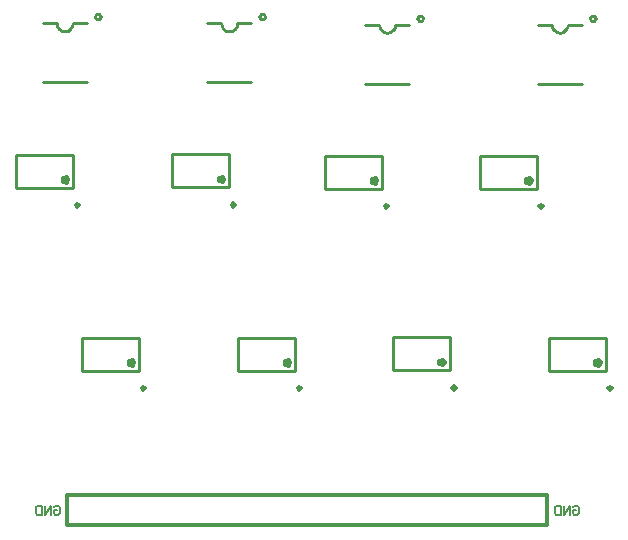
<source format=gbo>
G04 Layer_Color=32896*
%FSLAX25Y25*%
%MOIN*%
G70*
G01*
G75*
%ADD21C,0.01000*%
%ADD22C,0.00600*%
%ADD28C,0.01181*%
%ADD55C,0.01575*%
G54D21*
X61000Y164507D02*
X60500Y165373D01*
X59500D01*
X59000Y164507D01*
X59500Y163641D01*
X60500D01*
X61000Y164507D01*
X46221Y162361D02*
X46427Y161327D01*
X47012Y160451D01*
X47888Y159866D01*
X48921Y159661D01*
X49955Y159866D01*
X50831Y160451D01*
X51416Y161327D01*
X51621Y162361D01*
X113689Y164050D02*
X113189Y164916D01*
X112189D01*
X111689Y164050D01*
X112189Y163184D01*
X113189D01*
X113689Y164050D01*
X98910Y161904D02*
X99116Y160871D01*
X99701Y159995D01*
X100577Y159409D01*
X101610Y159204D01*
X102644Y159409D01*
X103519Y159995D01*
X104105Y160871D01*
X104310Y161904D01*
X6189Y164550D02*
X5689Y165416D01*
X4689D01*
X4189Y164550D01*
X4689Y163684D01*
X5689D01*
X6189Y164550D01*
X-8590Y162404D02*
X-8384Y161371D01*
X-7799Y160495D01*
X-6923Y159909D01*
X-5890Y159704D01*
X-4857Y159909D01*
X-3980Y160495D01*
X-3395Y161371D01*
X-3190Y162404D01*
X171189Y164050D02*
X170689Y164916D01*
X169689D01*
X169189Y164050D01*
X169689Y163184D01*
X170689D01*
X171189Y164050D01*
X156410Y161904D02*
X156616Y160871D01*
X157201Y159995D01*
X158077Y159409D01*
X159110Y159204D01*
X160144Y159409D01*
X161020Y159995D01*
X161605Y160871D01*
X161810Y161904D01*
X41598Y162349D02*
X46221Y162361D01*
X51621D02*
X56323Y162349D01*
X41644Y142664D02*
X56356D01*
X94287Y161892D02*
X98910Y161904D01*
X104310D02*
X109012Y161892D01*
X94333Y142208D02*
X109045D01*
X-13213Y162392D02*
X-8590Y162404D01*
X-3190D02*
X1512Y162392D01*
X-13167Y142708D02*
X1545D01*
X151787Y161892D02*
X156410Y161904D01*
X161810D02*
X166512Y161892D01*
X151833Y142208D02*
X166545D01*
X-21949Y107571D02*
X-3051D01*
X-21949Y118595D02*
X-3051D01*
Y107571D02*
Y118595D01*
X-21949Y107571D02*
Y118595D01*
X51Y46551D02*
X18949D01*
X51Y57575D02*
X18949D01*
Y46551D02*
Y57575D01*
X51Y46551D02*
Y57575D01*
X30051Y107724D02*
X48949D01*
X30051Y118748D02*
X48949D01*
Y107724D02*
Y118748D01*
X30051Y107724D02*
Y118748D01*
X52051Y46551D02*
X70949D01*
X52051Y57575D02*
X70949D01*
Y46551D02*
Y57575D01*
X52051Y46551D02*
Y57575D01*
X81051Y107224D02*
X99949D01*
X81051Y118248D02*
X99949D01*
Y107224D02*
Y118248D01*
X81051Y107224D02*
Y118248D01*
X103551Y46724D02*
X122449D01*
X103551Y57748D02*
X122449D01*
Y46724D02*
Y57748D01*
X103551Y46724D02*
Y57748D01*
X132551Y107224D02*
X151449D01*
X132551Y118248D02*
X151449D01*
Y107224D02*
Y118248D01*
X132551Y107224D02*
Y118248D01*
X155551Y46551D02*
X174449D01*
X155551Y57575D02*
X174449D01*
Y46551D02*
Y57575D01*
X155551Y46551D02*
Y57575D01*
G54D22*
X163501Y999D02*
X164000Y1499D01*
X165000D01*
X165500Y999D01*
Y-1000D01*
X165000Y-1500D01*
X164000D01*
X163501Y-1000D01*
Y-0D01*
X164500D01*
X162501Y-1500D02*
Y1499D01*
X160502Y-1500D01*
Y1499D01*
X159502D02*
Y-1500D01*
X158002D01*
X157503Y-1000D01*
Y999D01*
X158002Y1499D01*
X159502D01*
X-9499Y999D02*
X-8999Y1499D01*
X-8000D01*
X-7500Y999D01*
Y-1000D01*
X-8000Y-1500D01*
X-8999D01*
X-9499Y-1000D01*
Y-0D01*
X-8500D01*
X-10499Y-1500D02*
Y1499D01*
X-12498Y-1500D01*
Y1499D01*
X-13498D02*
Y-1500D01*
X-14998D01*
X-15497Y-1000D01*
Y999D01*
X-14998Y1499D01*
X-13498D01*
G54D28*
X-1083Y101665D02*
X-1673Y102256D01*
X-2264Y101665D01*
X-1673Y101075D01*
X-1083Y101665D01*
X20917Y40646D02*
X20327Y41236D01*
X19736Y40646D01*
X20327Y40055D01*
X20917Y40646D01*
X50917Y101819D02*
X50327Y102409D01*
X49736Y101819D01*
X50327Y101228D01*
X50917Y101819D01*
X72917Y40646D02*
X72327Y41236D01*
X71736Y40646D01*
X72327Y40055D01*
X72917Y40646D01*
X101917Y101319D02*
X101327Y101909D01*
X100736Y101319D01*
X101327Y100728D01*
X101917Y101319D01*
X124417Y40819D02*
X123827Y41409D01*
X123236Y40819D01*
X123827Y40228D01*
X124417Y40819D01*
X153417Y101319D02*
X152827Y101909D01*
X152236Y101319D01*
X152827Y100728D01*
X153417Y101319D01*
X176417Y40646D02*
X175827Y41236D01*
X175236Y40646D01*
X175827Y40055D01*
X176417Y40646D01*
X-5000Y5000D02*
X155000D01*
Y-5000D02*
Y5000D01*
X-5000Y-5000D02*
X155000D01*
X-5000D02*
Y5000D01*
G54D55*
X-5020Y110327D02*
X-5564Y111076D01*
X-6444Y110790D01*
Y109864D01*
X-5564Y109578D01*
X-5020Y110327D01*
X16980Y49307D02*
X16436Y50056D01*
X15556Y49770D01*
Y48844D01*
X16436Y48558D01*
X16980Y49307D01*
X46980Y110480D02*
X46436Y111229D01*
X45556Y110943D01*
Y110018D01*
X46436Y109731D01*
X46980Y110480D01*
X68980Y49307D02*
X68436Y50056D01*
X67556Y49770D01*
Y48844D01*
X68436Y48558D01*
X68980Y49307D01*
X97980Y109980D02*
X97436Y110729D01*
X96556Y110443D01*
Y109518D01*
X97436Y109231D01*
X97980Y109980D01*
X120480Y49480D02*
X119936Y50229D01*
X119056Y49943D01*
Y49018D01*
X119936Y48731D01*
X120480Y49480D01*
X149480Y109980D02*
X148936Y110729D01*
X148056Y110443D01*
Y109518D01*
X148936Y109231D01*
X149480Y109980D01*
X172480Y49307D02*
X171936Y50056D01*
X171056Y49770D01*
Y48844D01*
X171936Y48558D01*
X172480Y49307D01*
M02*

</source>
